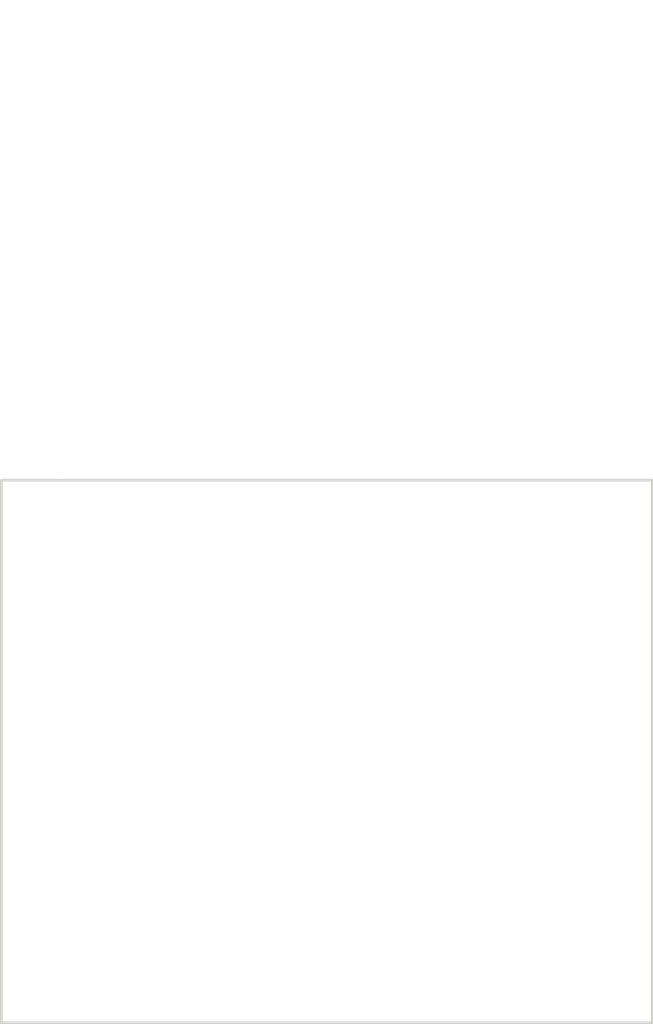
<source format=kicad_pcb>
(kicad_pcb (version 20171130) (host pcbnew 5.1.9+dfsg1-1+deb11u1)

  (general
    (thickness 1.6)
    (drawings 13)
    (tracks 0)
    (zones 0)
    (modules 0)
    (nets 1)
  )

  (page A4)
  (layers
    (0 F.Cu signal)
    (31 B.Cu signal)
    (32 B.Adhes user)
    (33 F.Adhes user)
    (34 B.Paste user)
    (35 F.Paste user)
    (36 B.SilkS user)
    (37 F.SilkS user)
    (38 B.Mask user)
    (39 F.Mask user)
    (40 Dwgs.User user)
    (41 Cmts.User user)
    (42 Eco1.User user)
    (43 Eco2.User user)
    (44 Edge.Cuts user)
    (45 Margin user)
    (46 B.CrtYd user)
    (47 F.CrtYd user)
    (48 B.Fab user)
    (49 F.Fab user)
  )

  (setup
    (last_trace_width 0.25)
    (trace_clearance 0.2)
    (zone_clearance 0.508)
    (zone_45_only no)
    (trace_min 0.2)
    (via_size 0.8)
    (via_drill 0.4)
    (via_min_size 0.4)
    (via_min_drill 0.3)
    (uvia_size 0.3)
    (uvia_drill 0.1)
    (uvias_allowed no)
    (uvia_min_size 0.2)
    (uvia_min_drill 0.1)
    (edge_width 0.05)
    (segment_width 0.2)
    (pcb_text_width 0.3)
    (pcb_text_size 1.5 1.5)
    (mod_edge_width 0.12)
    (mod_text_size 1 1)
    (mod_text_width 0.15)
    (pad_size 1.524 1.524)
    (pad_drill 0.762)
    (pad_to_mask_clearance 0)
    (aux_axis_origin 0 0)
    (visible_elements FFFFFF7F)
    (pcbplotparams
      (layerselection 0x010fc_ffffffff)
      (usegerberextensions false)
      (usegerberattributes true)
      (usegerberadvancedattributes true)
      (creategerberjobfile true)
      (excludeedgelayer true)
      (linewidth 0.100000)
      (plotframeref false)
      (viasonmask false)
      (mode 1)
      (useauxorigin false)
      (hpglpennumber 1)
      (hpglpenspeed 20)
      (hpglpendiameter 15.000000)
      (psnegative false)
      (psa4output false)
      (plotreference true)
      (plotvalue true)
      (plotinvisibletext false)
      (padsonsilk false)
      (subtractmaskfromsilk false)
      (outputformat 1)
      (mirror false)
      (drillshape 1)
      (scaleselection 1)
      (outputdirectory ""))
  )

  (net 0 "")

  (net_class Default "This is the default net class."
    (clearance 0.2)
    (trace_width 0.25)
    (via_dia 0.8)
    (via_drill 0.4)
    (uvia_dia 0.3)
    (uvia_drill 0.1)
  )

  (gr_text Drawings (at 130 71) (layer Dwgs.User) (tstamp 66264E72)
    (effects (font (size 1 1) (thickness 0.15)) (justify left))
  )
  (gr_text Comments (at 130 73) (layer Cmts.User) (tstamp 66264E71)
    (effects (font (size 1 1) (thickness 0.15)) (justify left))
  )
  (gr_text Eco1 (at 132 75) (layer Eco1.User) (tstamp 66264E70)
    (effects (font (size 1 1) (thickness 0.15)))
  )
  (gr_text Eco2 (at 132 77) (layer Eco2.User) (tstamp 66264E6F)
    (effects (font (size 1 1) (thickness 0.15)))
  )
  (gr_line (start 128 79) (end 129 79) (layer Edge.Cuts) (width 0.05) (tstamp 66264CDE))
  (gr_line (start 128 89) (end 128 79) (layer Edge.Cuts) (width 0.05))
  (gr_line (start 140 89) (end 128 89) (layer Edge.Cuts) (width 0.05))
  (gr_line (start 140 79) (end 140 89) (layer Edge.Cuts) (width 0.05))
  (gr_line (start 129 79) (end 140 79) (layer Edge.Cuts) (width 0.05))
  (gr_text Eco2 (at 132 87) (layer Eco2.User)
    (effects (font (size 1 1) (thickness 0.15)))
  )
  (gr_text Eco1 (at 132 85) (layer Eco1.User)
    (effects (font (size 1 1) (thickness 0.15)))
  )
  (gr_text Comments (at 130 83) (layer Cmts.User)
    (effects (font (size 1 1) (thickness 0.15)) (justify left))
  )
  (gr_text Drawings (at 130 81) (layer Dwgs.User)
    (effects (font (size 1 1) (thickness 0.15)) (justify left))
  )

)

</source>
